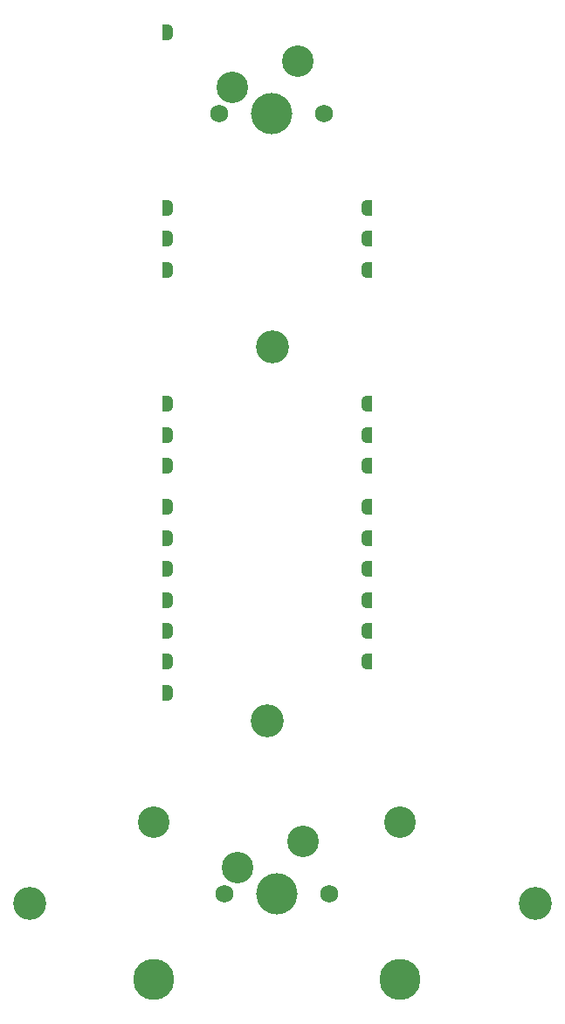
<source format=gbr>
%TF.GenerationSoftware,KiCad,Pcbnew,8.0.4*%
%TF.CreationDate,2024-07-29T14:44:41-07:00*%
%TF.ProjectId,3board_c,33626f61-7264-45f6-932e-6b696361645f,rev?*%
%TF.SameCoordinates,Original*%
%TF.FileFunction,Soldermask,Top*%
%TF.FilePolarity,Negative*%
%FSLAX46Y46*%
G04 Gerber Fmt 4.6, Leading zero omitted, Abs format (unit mm)*
G04 Created by KiCad (PCBNEW 8.0.4) date 2024-07-29 14:44:41*
%MOMM*%
%LPD*%
G01*
G04 APERTURE LIST*
G04 Aperture macros list*
%AMFreePoly0*
4,1,19,0.500000,-0.750000,0.000000,-0.750000,0.000000,-0.744911,-0.071157,-0.744911,-0.207708,-0.704816,-0.327430,-0.627875,-0.420627,-0.520320,-0.479746,-0.390866,-0.500000,-0.250000,-0.500000,0.250000,-0.479746,0.390866,-0.420627,0.520320,-0.327430,0.627875,-0.207708,0.704816,-0.071157,0.744911,0.000000,0.744911,0.000000,0.750000,0.500000,0.750000,0.500000,-0.750000,0.500000,-0.750000,
$1*%
%AMFreePoly1*
4,1,19,0.000000,0.744911,0.071157,0.744911,0.207708,0.704816,0.327430,0.627875,0.420627,0.520320,0.479746,0.390866,0.500000,0.250000,0.500000,-0.250000,0.479746,-0.390866,0.420627,-0.520320,0.327430,-0.627875,0.207708,-0.704816,0.071157,-0.744911,0.000000,-0.744911,0.000000,-0.750000,-0.500000,-0.750000,-0.500000,0.750000,0.000000,0.750000,0.000000,0.744911,0.000000,0.744911,
$1*%
G04 Aperture macros list end*
%ADD10C,3.200000*%
%ADD11FreePoly0,0.000000*%
%ADD12FreePoly1,0.000000*%
%ADD13C,3.048000*%
%ADD14C,3.987800*%
%ADD15C,1.750000*%
%ADD16C,3.050000*%
%ADD17C,4.000000*%
G04 APERTURE END LIST*
D10*
%TO.C,*%
X173500000Y-106375000D03*
%TD*%
%TO.C,*%
X124500000Y-106375000D03*
%TD*%
D11*
%TO.C,JP26*%
X157170000Y-73995000D03*
%TD*%
D12*
%TO.C,JP4*%
X137880000Y-57995000D03*
%TD*%
D10*
%TO.C,H6*%
X148000000Y-52500000D03*
%TD*%
D11*
%TO.C,JP18*%
X157170000Y-82995000D03*
%TD*%
%TO.C,JP22*%
X157170000Y-44995000D03*
%TD*%
%TO.C,JP25*%
X157170000Y-38995000D03*
%TD*%
D12*
%TO.C,JP6*%
X137880000Y-38995000D03*
%TD*%
%TO.C,JP8*%
X137880000Y-70995000D03*
%TD*%
%TO.C,JP11*%
X137880000Y-82995000D03*
%TD*%
D13*
%TO.C,S1*%
X136502000Y-98525000D03*
D14*
X136502000Y-113735000D03*
D13*
X160378000Y-98525000D03*
D14*
X160378000Y-113735000D03*
%TD*%
D12*
%TO.C,JP2*%
X137880000Y-41995000D03*
%TD*%
D10*
%TO.C,H7*%
X147500000Y-88750000D03*
%TD*%
D11*
%TO.C,JP21*%
X157170000Y-41995000D03*
%TD*%
D15*
%TO.C,SW12_THROW*%
X142835906Y-29854124D03*
D16*
X144105906Y-27314124D03*
D17*
X147915906Y-29854124D03*
D16*
X150455906Y-24774124D03*
D15*
X152995906Y-29854124D03*
%TD*%
D12*
%TO.C,JP1*%
X137880000Y-63995000D03*
%TD*%
D11*
%TO.C,JP20*%
X157170000Y-76995000D03*
%TD*%
%TO.C,JP19*%
X157170000Y-79995000D03*
%TD*%
D12*
%TO.C,JP5*%
X137880000Y-60995000D03*
%TD*%
%TO.C,JP10*%
X137880000Y-67995000D03*
%TD*%
D11*
%TO.C,JP23*%
X157170000Y-57995000D03*
%TD*%
%TO.C,JP27*%
X157170000Y-70995000D03*
%TD*%
%TO.C,JP17*%
X157170000Y-67995000D03*
%TD*%
%TO.C,JP15*%
X157170000Y-63995000D03*
%TD*%
%TO.C,JP24*%
X157170000Y-60995000D03*
%TD*%
D12*
%TO.C,JP7*%
X137880000Y-73995000D03*
%TD*%
%TO.C,JP12*%
X137880000Y-79995000D03*
%TD*%
%TO.C,JP14*%
X137880000Y-85995000D03*
%TD*%
%TO.C,JP3*%
X137880000Y-44995000D03*
%TD*%
D15*
%TO.C,SW16_SPACE*%
X143360000Y-105510000D03*
D16*
X144630000Y-102970000D03*
D17*
X148440000Y-105510000D03*
D16*
X150980000Y-100430000D03*
D15*
X153520000Y-105510000D03*
%TD*%
D12*
%TO.C,JP9*%
X137880000Y-21995000D03*
%TD*%
%TO.C,JP13*%
X137880000Y-76995000D03*
%TD*%
M02*

</source>
